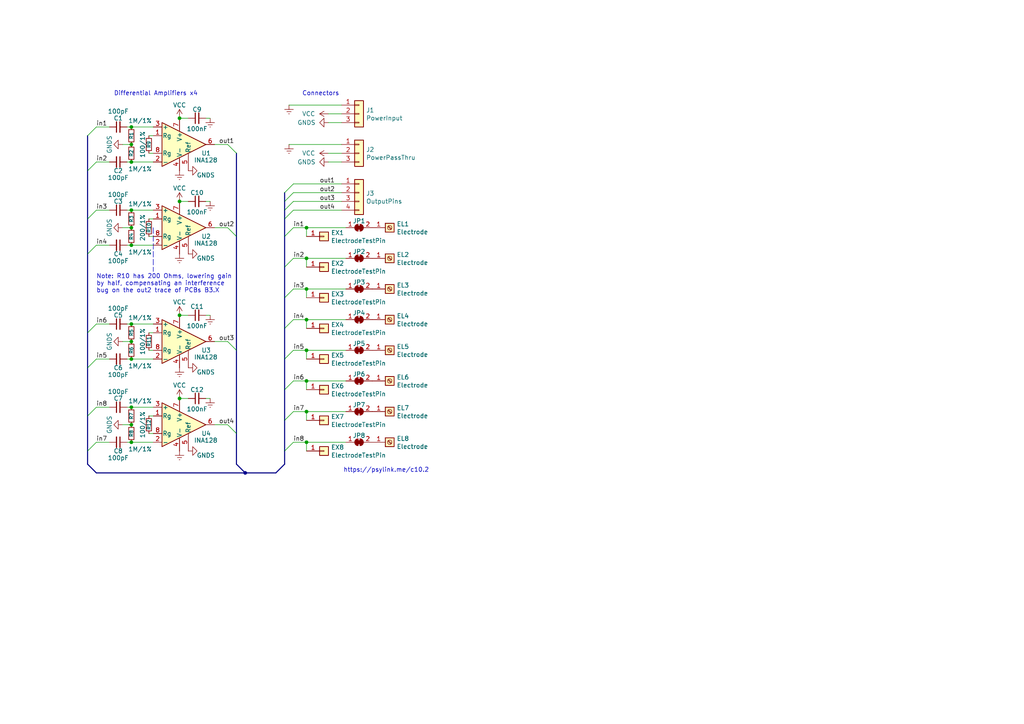
<source format=kicad_sch>
(kicad_sch (version 20211123) (generator eeschema)
  (paper "A4")
  (lib_symbols
    (symbol "Amplifier_Instrumentation:INA128" (pin_names (offset 0.127))
      (property "Reference" "U" (at 3.81 3.175 0))
      (property "Value" "INA128" (at 3.81 -3.175 0))
      (symbol "INA128_0_1"
        (polyline (pts (xy 7.62 0) (xy -5.08 6.35) (xy -5.08 -6.35) (xy 7.62 0)) (stroke (width 0.254)) (fill (type background)))
      )
      (symbol "INA128_1_1"
        (pin passive line (at -7.62 2.54 0) (length 2.54) (name "Rg") (number "1"))
        (pin input line (at -7.62 -5.08 0) (length 2.54) (name "-") (number "2"))
        (pin input line (at -7.62 5.08 0) (length 2.54) (name "+") (number "3"))
        (pin power_in line (at 0 -7.62 90) (length 3.81) (name "V-") (number "4"))
        (pin input line (at 2.54 -7.62 90) (length 5.08) (name "Ref") (number "5"))
        (pin output line (at 10.16 0 180) (length 2.54) (name "~") (number "6"))
        (pin power_in line (at 0 7.62 270) (length 3.81) (name "V+") (number "7"))
        (pin passive line (at -7.62 -2.54 0) (length 2.54) (name "Rg") (number "8"))
      )
    )
    (symbol "Connector:Screw_Terminal_01x01" (pin_names (offset 1.016) hide)
      (property "Reference" "J" (at 0 2.54 0))
      (property "Value" "Screw_Terminal_01x01" (at 0 -2.54 0))
      (symbol "Screw_Terminal_01x01_1_1"
        (rectangle (start -1.27 1.27) (end 1.27 -1.27) (stroke (width 0.254)) (fill (type background)))
        (polyline (pts (xy -0.5334 0.3302) (xy 0.3302 -0.508)) (stroke (width 0.1524)))
        (polyline (pts (xy -0.3556 0.508) (xy 0.508 -0.3302)) (stroke (width 0.1524)))
        (circle (center 0 0) (radius 0.635) (stroke (width 0.1524)))
        (pin passive line (at -5.08 0 0) (length 3.81) (name "Pin_1") (number "1"))
      )
    )
    (symbol "Connector_Generic:Conn_01x01" (pin_names (offset 1.016) hide)
      (property "Reference" "J" (at 0 2.54 0))
      (property "Value" "Conn_01x01" (at 0 -2.54 0))
      (symbol "Conn_01x01_1_1"
        (rectangle (start -1.27 0.127) (end 0 -0.127) (stroke (width 0.1524)))
        (rectangle (start -1.27 1.27) (end 1.27 -1.27) (stroke (width 0.254)) (fill (type background)))
        (pin passive line (at -5.08 0 0) (length 3.81) (name "Pin_1") (number "1"))
      )
    )
    (symbol "Connector_Generic:Conn_01x03" (pin_names (offset 1.016) hide)
      (property "Reference" "J" (at 0 5.08 0))
      (property "Value" "Conn_01x03" (at 0 -5.08 0))
      (symbol "Conn_01x03_1_1"
        (rectangle (start -1.27 -2.413) (end 0 -2.667) (stroke (width 0.1524)))
        (rectangle (start -1.27 0.127) (end 0 -0.127) (stroke (width 0.1524)))
        (rectangle (start -1.27 2.667) (end 0 2.413) (stroke (width 0.1524)))
        (rectangle (start -1.27 3.81) (end 1.27 -3.81) (stroke (width 0.254)) (fill (type background)))
        (pin passive line (at -5.08 2.54 0) (length 3.81) (name "Pin_1") (number "1"))
        (pin passive line (at -5.08 0 0) (length 3.81) (name "Pin_2") (number "2"))
        (pin passive line (at -5.08 -2.54 0) (length 3.81) (name "Pin_3") (number "3"))
      )
    )
    (symbol "Connector_Generic:Conn_01x04" (pin_names (offset 1.016) hide)
      (property "Reference" "J" (at 0 5.08 0))
      (property "Value" "Conn_01x04" (at 0 -7.62 0))
      (symbol "Conn_01x04_1_1"
        (rectangle (start -1.27 -4.953) (end 0 -5.207) (stroke (width 0.1524)))
        (rectangle (start -1.27 -2.413) (end 0 -2.667) (stroke (width 0.1524)))
        (rectangle (start -1.27 0.127) (end 0 -0.127) (stroke (width 0.1524)))
        (rectangle (start -1.27 2.667) (end 0 2.413) (stroke (width 0.1524)))
        (rectangle (start -1.27 3.81) (end 1.27 -6.35) (stroke (width 0.254)) (fill (type background)))
        (pin passive line (at -5.08 2.54 0) (length 3.81) (name "Pin_1") (number "1"))
        (pin passive line (at -5.08 0 0) (length 3.81) (name "Pin_2") (number "2"))
        (pin passive line (at -5.08 -2.54 0) (length 3.81) (name "Pin_3") (number "3"))
        (pin passive line (at -5.08 -5.08 0) (length 3.81) (name "Pin_4") (number "4"))
      )
    )
    (symbol "Device:C_Small" (pin_numbers hide) (pin_names (offset 0.254) hide)
      (property "Reference" "C" (at 0.254 1.778 0))
      (property "Value" "C_Small" (at 0.254 -2.032 0))
      (symbol "C_Small_0_1"
        (polyline (pts (xy -1.524 -0.508) (xy 1.524 -0.508)) (stroke (width 0.3302)))
        (polyline (pts (xy -1.524 0.508) (xy 1.524 0.508)) (stroke (width 0.3048)))
      )
      (symbol "C_Small_1_1"
        (pin passive line (at 0 2.54 270) (length 2.032) (name "~") (number "1"))
        (pin passive line (at 0 -2.54 90) (length 2.032) (name "~") (number "2"))
      )
    )
    (symbol "Device:R_Small" (pin_numbers hide) (pin_names (offset 0.254) hide)
      (property "Reference" "R" (at 0.762 0.508 0))
      (property "Value" "R_Small" (at 0.762 -1.016 0))
      (symbol "R_Small_0_1"
        (rectangle (start -0.762 1.778) (end 0.762 -1.778) (stroke (width 0.2032)))
      )
      (symbol "R_Small_1_1"
        (pin passive line (at 0 2.54 270) (length 0.762) (name "~") (number "1"))
        (pin passive line (at 0 -2.54 90) (length 0.762) (name "~") (number "2"))
      )
    )
    (symbol "Jumper:SolderJumper_2_Bridged" (pin_names (offset 0) hide)
      (property "Reference" "JP" (at 0 2.032 0))
      (property "Value" "SolderJumper_2_Bridged" (at 0 -2.54 0))
      (symbol "SolderJumper_2_Bridged_0_1"
        (rectangle (start -0.508 0.508) (end 0.508 -0.508) (fill (type outline)))
        (arc (start -0.254 1.016) (mid -1.27 0) (end -0.254 -1.016))
        (arc (start -0.254 1.016) (mid -1.27 0) (end -0.254 -1.016) (fill (type outline)))
        (polyline (pts (xy -0.254 1.016) (xy -0.254 -1.016)))
        (polyline (pts (xy 0.254 1.016) (xy 0.254 -1.016)))
        (arc (start 0.254 -1.016) (mid 1.27 0) (end 0.254 1.016))
        (arc (start 0.254 -1.016) (mid 1.27 0) (end 0.254 1.016) (fill (type outline)))
      )
      (symbol "SolderJumper_2_Bridged_1_1"
        (pin passive line (at -3.81 0 0) (length 2.54) (name "A") (number "1"))
        (pin passive line (at 3.81 0 180) (length 2.54) (name "B") (number "2"))
      )
    )
    (symbol "power:Earth" (power) (pin_names (offset 0))
      (symbol "Earth_0_1"
        (polyline (pts (xy -0.635 -1.905) (xy 0.635 -1.905)))
        (polyline (pts (xy -0.127 -2.54) (xy 0.127 -2.54)))
        (polyline (pts (xy 0 -1.27) (xy 0 0)))
        (polyline (pts (xy 1.27 -1.27) (xy -1.27 -1.27)))
      )
      (symbol "Earth_1_1"
        (pin power_in line (at 0 0 270) (length 0) hide (name "Earth") (number "1"))
      )
    )
    (symbol "power:GNDS" (power) (pin_names (offset 0))
      (property "Value" "GNDS" (at 0 -3.81 0))
      (symbol "GNDS_0_1"
        (polyline (pts (xy 0 0) (xy 0 -1.27) (xy 1.27 -1.27) (xy 0 -2.54) (xy -1.27 -1.27) (xy 0 -1.27)))
      )
      (symbol "GNDS_1_1"
        (pin power_in line (at 0 0 270) (length 0) hide (name "GNDS") (number "1"))
      )
    )
    (symbol "power:VCC" (power) (pin_names (offset 0))
      (property "Value" "VCC" (at 0 3.81 0))
      (symbol "VCC_0_1"
        (polyline (pts (xy -0.762 1.27) (xy 0 2.54)))
        (polyline (pts (xy 0 0) (xy 0 2.54)))
        (polyline (pts (xy 0 2.54) (xy 0.762 1.27)))
      )
      (symbol "VCC_1_1"
        (pin power_in line (at 0 0 90) (length 0) hide (name "VCC") (number "1"))
      )
    )
  )
  (junction (at 71.12 137.16))
  (junction (at 88.9 92.71))
  (junction (at 38.1 46.99))
  (junction (at 38.1 71.12))
  (junction (at 38.1 118.11))
  (junction (at 38.1 66.04))
  (junction (at 38.1 128.27))
  (junction (at 52.07 34.29))
  (junction (at 38.1 123.19))
  (junction (at 88.9 110.49))
  (junction (at 88.9 83.82))
  (junction (at 38.1 93.98))
  (junction (at 38.1 36.83))
  (junction (at 52.07 91.44))
  (junction (at 38.1 104.14))
  (junction (at 88.9 101.6))
  (junction (at 38.1 60.96))
  (junction (at 88.9 66.04))
  (junction (at 52.07 115.57))
  (junction (at 38.1 99.06))
  (junction (at 88.9 119.38))
  (junction (at 88.9 128.27))
  (junction (at 88.9 74.93))
  (junction (at 38.1 41.91))
  (junction (at 52.07 58.42))
  (bus_entry (at 82.55 95.25) (size 2.54 -2.54))
  (bus_entry (at 25.4 63.5) (size 2.54 -2.54))
  (bus_entry (at 25.4 130.81) (size 2.54 -2.54))
  (bus_entry (at 82.55 60.96) (size 2.54 -2.54))
  (bus_entry (at 25.4 39.37) (size 2.54 -2.54))
  (bus_entry (at 82.55 86.36) (size 2.54 -2.54))
  (bus_entry (at 66.04 123.19) (size 2.54 2.54))
  (bus_entry (at 66.04 99.06) (size 2.54 2.54))
  (bus_entry (at 25.4 96.52) (size 2.54 -2.54))
  (bus_entry (at 82.55 104.14) (size 2.54 -2.54))
  (bus_entry (at 66.04 66.04) (size 2.54 2.54))
  (bus_entry (at 82.55 55.88) (size 2.54 -2.54))
  (bus_entry (at 82.55 113.03) (size 2.54 -2.54))
  (bus_entry (at 82.55 77.47) (size 2.54 -2.54))
  (bus_entry (at 25.4 106.68) (size 2.54 -2.54))
  (bus_entry (at 25.4 49.53) (size 2.54 -2.54))
  (bus_entry (at 25.4 73.66) (size 2.54 -2.54))
  (bus_entry (at 25.4 120.65) (size 2.54 -2.54))
  (bus_entry (at 82.55 130.81) (size 2.54 -2.54))
  (bus_entry (at 82.55 63.5) (size 2.54 -2.54))
  (bus_entry (at 82.55 58.42) (size 2.54 -2.54))
  (bus_entry (at 82.55 68.58) (size 2.54 -2.54))
  (bus_entry (at 82.55 121.92) (size 2.54 -2.54))
  (bus_entry (at 66.04 41.91) (size 2.54 2.54))
  (bus (pts (xy 82.55 86.36) (xy 82.55 95.25)))
  (wire (pts (xy 31.75 46.99) (xy 27.94 46.99)))
  (wire (pts (xy 88.9 92.71) (xy 100.33 92.71)))
  (bus (pts (xy 25.4 73.66) (xy 25.4 96.52)))
  (bus (pts (xy 68.58 68.58) (xy 68.58 101.6)))
  (wire (pts (xy 54.61 34.29) (xy 52.07 34.29)))
  (wire (pts (xy 31.75 36.83) (xy 27.94 36.83)))
  (bus (pts (xy 68.58 44.45) (xy 68.58 68.58)))
  (wire (pts (xy 95.25 35.56) (xy 99.06 35.56)))
  (bus (pts (xy 82.55 55.88) (xy 82.55 58.42)))
  (bus (pts (xy 25.4 134.62) (xy 27.94 137.16)))
  (wire (pts (xy 88.9 68.58) (xy 88.9 66.04)))
  (wire (pts (xy 43.18 120.65) (xy 44.45 120.65)))
  (bus (pts (xy 82.55 63.5) (xy 82.55 68.58)))
  (wire (pts (xy 88.9 113.03) (xy 88.9 110.49)))
  (wire (pts (xy 36.83 60.96) (xy 38.1 60.96)))
  (bus (pts (xy 25.4 63.5) (xy 25.4 73.66)))
  (wire (pts (xy 85.09 92.71) (xy 88.9 92.71)))
  (bus (pts (xy 82.55 95.25) (xy 82.55 104.14)))
  (bus (pts (xy 82.55 68.58) (xy 82.55 77.47)))
  (wire (pts (xy 66.04 66.04) (xy 62.23 66.04)))
  (wire (pts (xy 38.1 93.98) (xy 44.45 93.98)))
  (wire (pts (xy 83.82 30.48) (xy 99.06 30.48)))
  (wire (pts (xy 85.09 58.42) (xy 99.06 58.42)))
  (wire (pts (xy 95.25 46.99) (xy 99.06 46.99)))
  (wire (pts (xy 59.69 115.57) (xy 60.96 115.57)))
  (bus (pts (xy 27.94 137.16) (xy 71.12 137.16)))
  (bus (pts (xy 82.55 77.47) (xy 82.55 86.36)))
  (wire (pts (xy 59.69 34.29) (xy 60.96 34.29)))
  (wire (pts (xy 35.56 123.19) (xy 38.1 123.19)))
  (wire (pts (xy 88.9 128.27) (xy 100.33 128.27)))
  (wire (pts (xy 85.09 53.34) (xy 99.06 53.34)))
  (wire (pts (xy 88.9 119.38) (xy 100.33 119.38)))
  (wire (pts (xy 43.18 125.73) (xy 44.45 125.73)))
  (bus (pts (xy 82.55 58.42) (xy 82.55 60.96)))
  (bus (pts (xy 25.4 39.37) (xy 25.4 49.53)))
  (wire (pts (xy 88.9 104.14) (xy 88.9 101.6)))
  (wire (pts (xy 88.9 95.25) (xy 88.9 92.71)))
  (wire (pts (xy 31.75 60.96) (xy 27.94 60.96)))
  (wire (pts (xy 83.82 41.91) (xy 99.06 41.91)))
  (wire (pts (xy 88.9 121.92) (xy 88.9 119.38)))
  (wire (pts (xy 88.9 110.49) (xy 100.33 110.49)))
  (wire (pts (xy 85.09 128.27) (xy 88.9 128.27)))
  (bus (pts (xy 68.58 134.62) (xy 71.12 137.16)))
  (wire (pts (xy 85.09 66.04) (xy 88.9 66.04)))
  (wire (pts (xy 36.83 93.98) (xy 38.1 93.98)))
  (wire (pts (xy 66.04 123.19) (xy 62.23 123.19)))
  (wire (pts (xy 38.1 71.12) (xy 44.45 71.12)))
  (wire (pts (xy 88.9 101.6) (xy 100.33 101.6)))
  (wire (pts (xy 95.25 44.45) (xy 99.06 44.45)))
  (bus (pts (xy 25.4 49.53) (xy 25.4 63.5)))
  (wire (pts (xy 43.18 63.5) (xy 44.45 63.5)))
  (wire (pts (xy 59.69 91.44) (xy 60.96 91.44)))
  (wire (pts (xy 38.1 36.83) (xy 44.45 36.83)))
  (wire (pts (xy 38.1 104.14) (xy 44.45 104.14)))
  (wire (pts (xy 31.75 71.12) (xy 27.94 71.12)))
  (wire (pts (xy 43.18 68.58) (xy 44.45 68.58)))
  (wire (pts (xy 43.18 101.6) (xy 44.45 101.6)))
  (wire (pts (xy 38.1 128.27) (xy 44.45 128.27)))
  (wire (pts (xy 85.09 60.96) (xy 99.06 60.96)))
  (bus (pts (xy 68.58 125.73) (xy 68.58 134.62)))
  (wire (pts (xy 38.1 118.11) (xy 44.45 118.11)))
  (wire (pts (xy 31.75 93.98) (xy 27.94 93.98)))
  (wire (pts (xy 43.18 96.52) (xy 44.45 96.52)))
  (wire (pts (xy 85.09 119.38) (xy 88.9 119.38)))
  (wire (pts (xy 35.56 99.06) (xy 38.1 99.06)))
  (wire (pts (xy 36.83 118.11) (xy 38.1 118.11)))
  (bus (pts (xy 82.55 104.14) (xy 82.55 113.03)))
  (wire (pts (xy 43.18 39.37) (xy 44.45 39.37)))
  (wire (pts (xy 54.61 58.42) (xy 52.07 58.42)))
  (wire (pts (xy 66.04 41.91) (xy 62.23 41.91)))
  (wire (pts (xy 66.04 99.06) (xy 62.23 99.06)))
  (wire (pts (xy 85.09 74.93) (xy 88.9 74.93)))
  (bus (pts (xy 82.55 60.96) (xy 82.55 63.5)))
  (wire (pts (xy 35.56 66.04) (xy 38.1 66.04)))
  (wire (pts (xy 38.1 60.96) (xy 44.45 60.96)))
  (wire (pts (xy 88.9 130.81) (xy 88.9 128.27)))
  (wire (pts (xy 35.56 41.91) (xy 38.1 41.91)))
  (bus (pts (xy 82.55 113.03) (xy 82.55 121.92)))
  (wire (pts (xy 31.75 128.27) (xy 27.94 128.27)))
  (wire (pts (xy 36.83 46.99) (xy 38.1 46.99)))
  (polyline (pts (xy 44.45 66.04) (xy 44.45 78.74)))
  (wire (pts (xy 88.9 77.47) (xy 88.9 74.93)))
  (wire (pts (xy 36.83 128.27) (xy 38.1 128.27)))
  (wire (pts (xy 36.83 36.83) (xy 38.1 36.83)))
  (wire (pts (xy 43.18 44.45) (xy 44.45 44.45)))
  (wire (pts (xy 85.09 101.6) (xy 88.9 101.6)))
  (bus (pts (xy 68.58 101.6) (xy 68.58 125.73)))
  (bus (pts (xy 82.55 130.81) (xy 82.55 134.62)))
  (bus (pts (xy 25.4 96.52) (xy 25.4 106.68)))
  (bus (pts (xy 25.4 106.68) (xy 25.4 120.65)))
  (wire (pts (xy 31.75 118.11) (xy 27.94 118.11)))
  (bus (pts (xy 25.4 130.81) (xy 25.4 134.62)))
  (bus (pts (xy 25.4 120.65) (xy 25.4 130.81)))
  (wire (pts (xy 54.61 91.44) (xy 52.07 91.44)))
  (bus (pts (xy 82.55 121.92) (xy 82.55 130.81)))
  (wire (pts (xy 36.83 104.14) (xy 38.1 104.14)))
  (wire (pts (xy 88.9 66.04) (xy 100.33 66.04)))
  (bus (pts (xy 71.12 137.16) (xy 80.01 137.16)))
  (bus (pts (xy 80.01 137.16) (xy 82.55 134.62)))
  (wire (pts (xy 95.25 33.02) (xy 99.06 33.02)))
  (wire (pts (xy 88.9 86.36) (xy 88.9 83.82)))
  (wire (pts (xy 85.09 110.49) (xy 88.9 110.49)))
  (wire (pts (xy 85.09 83.82) (xy 88.9 83.82)))
  (wire (pts (xy 38.1 46.99) (xy 44.45 46.99)))
  (wire (pts (xy 59.69 58.42) (xy 60.96 58.42)))
  (wire (pts (xy 36.83 71.12) (xy 38.1 71.12)))
  (wire (pts (xy 88.9 74.93) (xy 100.33 74.93)))
  (wire (pts (xy 85.09 55.88) (xy 99.06 55.88)))
  (wire (pts (xy 54.61 115.57) (xy 52.07 115.57)))
  (wire (pts (xy 88.9 83.82) (xy 100.33 83.82)))
  (wire (pts (xy 31.75 104.14) (xy 27.94 104.14)))
  (text "Note: R10 has 200 Ohms, lowering gain\nby half, compensating an interference\nbug on the out2 trace of PCBs B3.X" (at 27.94 85.09 0) (effects (font (size 1.27 1.27)) (justify left bottom)))
  (text "https://psylink.me/c10.2" (at 124.46 137.16 180) (effects (font (size 1.27 1.27)) (justify right bottom)))
  (text "Differential Amplifiers x4" (at 33.02 27.94 0) (effects (font (size 1.27 1.27)) (justify left bottom)))
  (text "Connectors" (at 87.63 27.94 0) (effects (font (size 1.27 1.27)) (justify left bottom)))
  (label "in3" (at 27.94 60.96 0))
  (label "in2" (at 85.09 74.93 0))
  (label "out3" (at 92.71 58.42 0))
  (label "in2" (at 27.94 46.99 0))
  (label "out2" (at 63.5 66.04 0))
  (label "in7" (at 85.09 119.38 0))
  (label "in6" (at 27.94 93.98 0))
  (label "in5" (at 85.09 101.6 0))
  (label "in7" (at 27.94 128.27 0))
  (label "in4" (at 27.94 71.12 0))
  (label "out3" (at 63.5 99.06 0))
  (label "out1" (at 92.71 53.34 0))
  (label "in1" (at 27.94 36.83 0))
  (label "out4" (at 92.71 60.96 0))
  (label "in4" (at 85.09 92.71 0))
  (label "out2" (at 92.71 55.88 0))
  (label "in1" (at 85.09 66.04 0))
  (label "in3" (at 85.09 83.82 0))
  (label "in8" (at 27.94 118.11 0))
  (label "in6" (at 85.09 110.49 0))
  (label "out1" (at 63.5 41.91 0))
  (label "in8" (at 85.09 128.27 0))
  (label "out4" (at 63.5 123.19 0))
  (label "in5" (at 27.94 104.14 0))
  (symbol (lib_id "Amplifier_Instrumentation:INA128") (at 52.07 41.91 0) (unit 1)
    (property "Reference" "U1" (at 58.42 44.45 0) (effects (justify left)))
    (property "Value" "INA128" (at 59.69 45.72 0) (effects (justify top)))
    (property "Footprint" "Package_SO:SOIC-8_3.9x4.9mm_P1.27mm" (effects hide))
    (property "Datasheet" "http://www.ti.com/lit/ds/symlink/ina128.pdf" (effects hide))
  )
  (symbol (lib_id "Device:R_Small") (at 43.18 41.91 0) (unit 1)
    (property "Reference" "R9" (at 43.18 41.91 90) (effects (font (size 0.9906 0.9906))))
    (property "Value" "100/1%" (at 40.64 41.91 90) (effects (justify top)))
    (property "Footprint" "Resistor_SMD:R_0805_2012Metric_Pad1.15x1.40mm_HandSolder" (effects hide))
  )
  (symbol (lib_id "Device:C_Small") (at 57.15 34.29 90) (unit 1)
    (property "Reference" "C9" (at 57.15 31.75 90))
    (property "Value" "100nF" (at 57.15 38.1 90) (effects (justify top)))
    (property "Footprint" "Capacitor_SMD:C_0805_2012Metric_Pad1.15x1.40mm_HandSolder" (effects hide))
  )
  (symbol (lib_id "power:Earth") (at 60.96 34.29 0) (unit 1)
    (property "Reference" "#PWR017" (effects hide))
    (property "Value" "Earth" (effects hide))
  )
  (symbol (lib_id "power:Earth") (at 52.07 49.53 0) (mirror y) (unit 1)
    (property "Reference" "#PWR06" (effects hide))
    (property "Value" "Earth" (effects hide))
  )
  (symbol (lib_id "power:GNDS") (at 54.61 49.53 90) (unit 1)
    (property "Reference" "#PWR013" (effects hide))
    (property "Value" "GNDS" (at 59.69 50.8 90))
  )
  (symbol (lib_id "power:GNDS") (at 35.56 41.91 270) (unit 1)
    (property "Reference" "#PWR01" (effects hide))
    (property "Value" "GNDS" (at 31.75 41.91 0))
  )
  (symbol (lib_id "Device:C_Small") (at 34.29 36.83 90) (unit 1)
    (property "Reference" "C1" (at 34.29 34.29 90))
    (property "Value" "100pF" (at 34.29 33.02 90) (effects (justify top)))
    (property "Footprint" "Capacitor_SMD:C_0805_2012Metric_Pad1.15x1.40mm_HandSolder" (effects hide))
  )
  (symbol (lib_id "Device:R_Small") (at 38.1 39.37 0) (unit 1)
    (property "Reference" "R1" (at 38.1 39.37 90) (effects (font (size 0.9906 0.9906))))
    (property "Value" "1M/1%" (at 40.64 34.29 0) (effects (justify top)))
    (property "Footprint" "Resistor_SMD:R_0805_2012Metric_Pad1.15x1.40mm_HandSolder" (effects hide))
  )
  (symbol (lib_id "Device:C_Small") (at 34.29 46.99 270) (unit 1)
    (property "Reference" "C2" (at 34.29 49.53 90))
    (property "Value" "100pF" (at 34.29 50.8 90) (effects (justify top)))
    (property "Footprint" "Capacitor_SMD:C_0805_2012Metric_Pad1.15x1.40mm_HandSolder" (effects hide))
  )
  (symbol (lib_id "Device:R_Small") (at 38.1 44.45 0) (unit 1)
    (property "Reference" "R2" (at 38.1 44.45 90) (effects (font (size 0.9906 0.9906))))
    (property "Value" "1M/1%" (at 40.64 48.26 0) (effects (justify top)))
    (property "Footprint" "Resistor_SMD:R_0805_2012Metric_Pad1.15x1.40mm_HandSolder" (effects hide))
  )
  (symbol (lib_id "power:VCC") (at 52.07 34.29 0) (unit 1)
    (property "Reference" "#PWR05" (effects hide))
    (property "Value" "VCC" (at 52.07 30.48 0))
  )
  (symbol (lib_id "Device:R_Small") (at 38.1 68.58 0) (unit 1)
    (property "Reference" "R4" (at 38.1 68.58 90) (effects (font (size 0.9906 0.9906))))
    (property "Value" "1M/1%" (at 40.64 72.39 0) (effects (justify top)))
    (property "Footprint" "Resistor_SMD:R_0805_2012Metric_Pad1.15x1.40mm_HandSolder" (effects hide))
  )
  (symbol (lib_id "power:GNDS") (at 54.61 73.66 90) (unit 1)
    (property "Reference" "#PWR014" (effects hide))
    (property "Value" "GNDS" (at 59.69 74.93 90))
  )
  (symbol (lib_id "Device:C_Small") (at 57.15 58.42 90) (unit 1)
    (property "Reference" "C10" (at 57.15 55.88 90))
    (property "Value" "100nF" (at 57.15 62.23 90) (effects (justify top)))
    (property "Footprint" "Capacitor_SMD:C_0805_2012Metric_Pad1.15x1.40mm_HandSolder" (effects hide))
  )
  (symbol (lib_id "power:Earth") (at 60.96 58.42 0) (unit 1)
    (property "Reference" "#PWR018" (effects hide))
    (property "Value" "Earth" (effects hide))
  )
  (symbol (lib_id "Amplifier_Instrumentation:INA128") (at 52.07 66.04 0) (unit 1)
    (property "Reference" "U2" (at 58.42 68.58 0) (effects (justify left)))
    (property "Value" "INA128" (at 59.69 69.85 0) (effects (justify top)))
    (property "Footprint" "Package_SO:SOIC-8_3.9x4.9mm_P1.27mm" (effects hide))
    (property "Datasheet" "http://www.ti.com/lit/ds/symlink/ina128.pdf" (effects hide))
  )
  (symbol (lib_id "power:Earth") (at 52.07 73.66 0) (mirror y) (unit 1)
    (property "Reference" "#PWR08" (effects hide))
    (property "Value" "Earth" (effects hide))
  )
  (symbol (lib_id "power:VCC") (at 52.07 58.42 0) (unit 1)
    (property "Reference" "#PWR07" (effects hide))
    (property "Value" "VCC" (at 52.07 54.61 0))
  )
  (symbol (lib_id "Device:R_Small") (at 43.18 66.04 0) (unit 1)
    (property "Reference" "R10" (at 43.18 66.04 90) (effects (font (size 0.9906 0.9906))))
    (property "Value" "200/1%" (at 40.64 66.04 90) (effects (justify top)))
    (property "Footprint" "Resistor_SMD:R_0805_2012Metric_Pad1.15x1.40mm_HandSolder" (effects hide))
  )
  (symbol (lib_id "power:GNDS") (at 35.56 66.04 270) (unit 1)
    (property "Reference" "#PWR02" (effects hide))
    (property "Value" "GNDS" (at 31.75 66.04 0))
  )
  (symbol (lib_id "Device:C_Small") (at 34.29 60.96 90) (unit 1)
    (property "Reference" "C3" (at 34.29 58.42 90))
    (property "Value" "100pF" (at 34.29 57.15 90) (effects (justify top)))
    (property "Footprint" "Capacitor_SMD:C_0805_2012Metric_Pad1.15x1.40mm_HandSolder" (effects hide))
  )
  (symbol (lib_id "Device:R_Small") (at 38.1 63.5 0) (unit 1)
    (property "Reference" "R3" (at 38.1 63.5 90) (effects (font (size 0.9906 0.9906))))
    (property "Value" "1M/1%" (at 40.64 58.42 0) (effects (justify top)))
    (property "Footprint" "Resistor_SMD:R_0805_2012Metric_Pad1.15x1.40mm_HandSolder" (effects hide))
  )
  (symbol (lib_id "Device:C_Small") (at 34.29 71.12 270) (unit 1)
    (property "Reference" "C4" (at 34.29 73.66 90))
    (property "Value" "100pF" (at 34.29 74.93 90) (effects (justify top)))
    (property "Footprint" "Capacitor_SMD:C_0805_2012Metric_Pad1.15x1.40mm_HandSolder" (effects hide))
  )
  (symbol (lib_id "Device:R_Small") (at 38.1 101.6 0) (unit 1)
    (property "Reference" "R6" (at 38.1 101.6 90) (effects (font (size 0.9906 0.9906))))
    (property "Value" "1M/1%" (at 40.64 105.41 0) (effects (justify top)))
    (property "Footprint" "Resistor_SMD:R_0805_2012Metric_Pad1.15x1.40mm_HandSolder" (effects hide))
  )
  (symbol (lib_id "power:GNDS") (at 54.61 106.68 90) (unit 1)
    (property "Reference" "#PWR015" (effects hide))
    (property "Value" "GNDS" (at 59.69 107.95 90))
  )
  (symbol (lib_id "Device:C_Small") (at 57.15 91.44 90) (unit 1)
    (property "Reference" "C11" (at 57.15 88.9 90))
    (property "Value" "100nF" (at 57.15 95.25 90) (effects (justify top)))
    (property "Footprint" "Capacitor_SMD:C_0805_2012Metric_Pad1.15x1.40mm_HandSolder" (effects hide))
  )
  (symbol (lib_id "power:Earth") (at 60.96 91.44 0) (unit 1)
    (property "Reference" "#PWR019" (effects hide))
    (property "Value" "Earth" (effects hide))
  )
  (symbol (lib_id "Amplifier_Instrumentation:INA128") (at 52.07 99.06 0) (unit 1)
    (property "Reference" "U3" (at 58.42 101.6 0) (effects (justify left)))
    (property "Value" "INA128" (at 59.69 102.87 0) (effects (justify top)))
    (property "Footprint" "Package_SO:SOIC-8_3.9x4.9mm_P1.27mm" (effects hide))
    (property "Datasheet" "http://www.ti.com/lit/ds/symlink/ina128.pdf" (effects hide))
  )
  (symbol (lib_id "power:Earth") (at 52.07 106.68 0) (mirror y) (unit 1)
    (property "Reference" "#PWR010" (effects hide))
    (property "Value" "Earth" (effects hide))
  )
  (symbol (lib_id "power:VCC") (at 52.07 91.44 0) (unit 1)
    (property "Reference" "#PWR09" (effects hide))
    (property "Value" "VCC" (at 52.07 87.63 0))
  )
  (symbol (lib_id "Device:R_Small") (at 43.18 99.06 0) (unit 1)
    (property "Reference" "R11" (at 43.18 99.06 90) (effects (font (size 0.9906 0.9906))))
    (property "Value" "100/1%" (at 40.64 99.06 90) (effects (justify top)))
    (property "Footprint" "Resistor_SMD:R_0805_2012Metric_Pad1.15x1.40mm_HandSolder" (effects hide))
  )
  (symbol (lib_id "power:GNDS") (at 35.56 99.06 270) (unit 1)
    (property "Reference" "#PWR03" (effects hide))
    (property "Value" "GNDS" (at 31.75 99.06 0))
  )
  (symbol (lib_id "Device:C_Small") (at 34.29 93.98 90) (unit 1)
    (property "Reference" "C5" (at 34.29 91.44 90))
    (property "Value" "100pF" (at 34.29 90.17 90) (effects (justify top)))
    (property "Footprint" "Capacitor_SMD:C_0805_2012Metric_Pad1.15x1.40mm_HandSolder" (effects hide))
  )
  (symbol (lib_id "Device:R_Small") (at 38.1 96.52 0) (unit 1)
    (property "Reference" "R5" (at 38.1 96.52 90) (effects (font (size 0.9906 0.9906))))
    (property "Value" "1M/1%" (at 40.64 91.44 0) (effects (justify top)))
    (property "Footprint" "Resistor_SMD:R_0805_2012Metric_Pad1.15x1.40mm_HandSolder" (effects hide))
  )
  (symbol (lib_id "Device:C_Small") (at 34.29 104.14 270) (unit 1)
    (property "Reference" "C6" (at 34.29 106.68 90))
    (property "Value" "100pF" (at 34.29 107.95 90) (effects (justify top)))
    (property "Footprint" "Capacitor_SMD:C_0805_2012Metric_Pad1.15x1.40mm_HandSolder" (effects hide))
  )
  (symbol (lib_id "Device:R_Small") (at 38.1 125.73 0) (unit 1)
    (property "Reference" "R8" (at 38.1 125.73 90) (effects (font (size 0.9906 0.9906))))
    (property "Value" "1M/1%" (at 40.64 129.54 0) (effects (justify top)))
    (property "Footprint" "Resistor_SMD:R_0805_2012Metric_Pad1.15x1.40mm_HandSolder" (effects hide))
  )
  (symbol (lib_id "power:GNDS") (at 54.61 130.81 90) (unit 1)
    (property "Reference" "#PWR016" (effects hide))
    (property "Value" "GNDS" (at 59.69 132.08 90))
  )
  (symbol (lib_id "Device:C_Small") (at 57.15 115.57 90) (unit 1)
    (property "Reference" "C12" (at 57.15 113.03 90))
    (property "Value" "100nF" (at 57.15 119.38 90) (effects (justify top)))
    (property "Footprint" "Capacitor_SMD:C_0805_2012Metric_Pad1.15x1.40mm_HandSolder" (effects hide))
  )
  (symbol (lib_id "power:Earth") (at 60.96 115.57 0) (unit 1)
    (property "Reference" "#PWR020" (effects hide))
    (property "Value" "Earth" (effects hide))
  )
  (symbol (lib_id "Amplifier_Instrumentation:INA128") (at 52.07 123.19 0) (unit 1)
    (property "Reference" "U4" (at 58.42 125.73 0) (effects (justify left)))
    (property "Value" "INA128" (at 59.69 127 0) (effects (justify top)))
    (property "Footprint" "Package_SO:SOIC-8_3.9x4.9mm_P1.27mm" (effects hide))
    (property "Datasheet" "http://www.ti.com/lit/ds/symlink/ina128.pdf" (effects hide))
  )
  (symbol (lib_id "power:Earth") (at 52.07 130.81 0) (mirror y) (unit 1)
    (property "Reference" "#PWR012" (effects hide))
    (property "Value" "Earth" (effects hide))
  )
  (symbol (lib_id "power:VCC") (at 52.07 115.57 0) (unit 1)
    (property "Reference" "#PWR011" (effects hide))
    (property "Value" "VCC" (at 52.07 111.76 0))
  )
  (symbol (lib_id "Device:R_Small") (at 43.18 123.19 0) (unit 1)
    (property "Reference" "R12" (at 43.18 123.19 90) (effects (font (size 0.9906 0.9906))))
    (property "Value" "100/1%" (at 40.64 123.19 90) (effects (justify top)))
    (property "Footprint" "Resistor_SMD:R_0805_2012Metric_Pad1.15x1.40mm_HandSolder" (effects hide))
  )
  (symbol (lib_id "power:GNDS") (at 35.56 123.19 270) (unit 1)
    (property "Reference" "#PWR04" (effects hide))
    (property "Value" "GNDS" (at 31.75 123.19 0))
  )
  (symbol (lib_id "Device:C_Small") (at 34.29 118.11 90) (unit 1)
    (property "Reference" "C7" (at 34.29 115.57 90))
    (property "Value" "100pF" (at 34.29 114.3 90) (effects (justify top)))
    (property "Footprint" "Capacitor_SMD:C_0805_2012Metric_Pad1.15x1.40mm_HandSolder" (effects hide))
  )
  (symbol (lib_id "Device:R_Small") (at 38.1 120.65 0) (unit 1)
    (property "Reference" "R7" (at 38.1 120.65 90) (effects (font (size 0.9906 0.9906))))
    (property "Value" "1M/1%" (at 40.64 115.57 0) (effects (justify top)))
    (property "Footprint" "Resistor_SMD:R_0805_2012Metric_Pad1.15x1.40mm_HandSolder" (effects hide))
  )
  (symbol (lib_id "Device:C_Small") (at 34.29 128.27 270) (unit 1)
    (property "Reference" "C8" (at 34.29 130.81 90))
    (property "Value" "100pF" (at 34.29 132.08 90) (effects (justify top)))
    (property "Footprint" "Capacitor_SMD:C_0805_2012Metric_Pad1.15x1.40mm_HandSolder" (effects hide))
  )
  (symbol (lib_id "Connector_Generic:Conn_01x04") (at 104.14 55.88 0) (unit 1)
    (property "Reference" "J3" (at 106.172 56.0832 0) (effects (justify left)))
    (property "Value" "OutputPins" (at 106.172 58.3946 0) (effects (justify left)))
    (property "Footprint" "Connector_PinHeader_2.54mm:PinHeader_1x04_P2.54mm_Vertical" (effects hide))
  )
  (symbol (lib_id "power:Earth") (at 83.82 30.48 0) (unit 1)
    (property "Reference" "#PWR028" (effects hide))
    (property "Value" "Earth" (effects hide))
  )
  (symbol (lib_id "power:VCC") (at 95.25 33.02 90) (unit 1)
    (property "Reference" "#PWR027" (effects hide))
    (property "Value" "VCC" (at 91.44 33.02 90) (effects (justify left)))
  )
  (symbol (lib_id "Connector_Generic:Conn_01x01") (at 93.98 68.58 0) (unit 1)
    (property "Reference" "EX1" (at 96.012 67.5132 0) (effects (justify left)))
    (property "Value" "ElectrodeTestPin" (at 96.012 69.8246 0) (effects (justify left)))
    (property "Footprint" "Connector_PinHeader_2.54mm:PinHeader_1x01_P2.54mm_Vertical" (effects hide))
  )
  (symbol (lib_id "Connector_Generic:Conn_01x01") (at 93.98 77.47 0) (unit 1)
    (property "Reference" "EX2" (at 96.012 76.4032 0) (effects (justify left)))
    (property "Value" "ElectrodeTestPin" (at 96.012 78.7146 0) (effects (justify left)))
    (property "Footprint" "Connector_PinHeader_2.54mm:PinHeader_1x01_P2.54mm_Vertical" (effects hide))
  )
  (symbol (lib_id "Connector_Generic:Conn_01x01") (at 93.98 86.36 0) (unit 1)
    (property "Reference" "EX3" (at 96.012 85.2932 0) (effects (justify left)))
    (property "Value" "ElectrodeTestPin" (at 96.012 87.6046 0) (effects (justify left)))
    (property "Footprint" "Connector_PinHeader_2.54mm:PinHeader_1x01_P2.54mm_Vertical" (effects hide))
  )
  (symbol (lib_id "Connector_Generic:Conn_01x01") (at 93.98 95.25 0) (unit 1)
    (property "Reference" "EX4" (at 96.012 94.1832 0) (effects (justify left)))
    (property "Value" "ElectrodeTestPin" (at 96.012 96.4946 0) (effects (justify left)))
    (property "Footprint" "Connector_PinHeader_2.54mm:PinHeader_1x01_P2.54mm_Vertical" (effects hide))
  )
  (symbol (lib_id "Connector_Generic:Conn_01x01") (at 93.98 104.14 0) (unit 1)
    (property "Reference" "EX5" (at 96.012 103.0732 0) (effects (justify left)))
    (property "Value" "ElectrodeTestPin" (at 96.012 105.3846 0) (effects (justify left)))
    (property "Footprint" "Connector_PinHeader_2.54mm:PinHeader_1x01_P2.54mm_Vertical" (effects hide))
  )
  (symbol (lib_id "Connector_Generic:Conn_01x01") (at 93.98 113.03 0) (unit 1)
    (property "Reference" "EX6" (at 96.012 111.9632 0) (effects (justify left)))
    (property "Value" "ElectrodeTestPin" (at 96.012 114.2746 0) (effects (justify left)))
    (property "Footprint" "Connector_PinHeader_2.54mm:PinHeader_1x01_P2.54mm_Vertical" (effects hide))
  )
  (symbol (lib_id "Connector_Generic:Conn_01x01") (at 93.98 121.92 0) (unit 1)
    (property "Reference" "EX7" (at 96.012 120.8532 0) (effects (justify left)))
    (property "Value" "ElectrodeTestPin" (at 96.012 123.1646 0) (effects (justify left)))
    (property "Footprint" "Connector_PinHeader_2.54mm:PinHeader_1x01_P2.54mm_Vertical" (effects hide))
  )
  (symbol (lib_id "Connector_Generic:Conn_01x01") (at 93.98 130.81 0) (unit 1)
    (property "Reference" "EX8" (at 96.012 129.7432 0) (effects (justify left)))
    (property "Value" "ElectrodeTestPin" (at 96.012 132.0546 0) (effects (justify left)))
    (property "Footprint" "Connector_PinHeader_2.54mm:PinHeader_1x01_P2.54mm_Vertical" (effects hide))
  )
  (symbol (lib_id "Connector:Screw_Terminal_01x01") (at 113.03 66.04 0) (unit 1)
    (property "Reference" "EL1" (at 115.062 64.9732 0) (effects (justify left)))
    (property "Value" "Electrode" (at 115.062 67.2846 0) (effects (justify left)))
    (property "Footprint" "MountingHole:MountingHole_3.7mm_Pad" (effects hide))
  )
  (symbol (lib_id "Connector_Generic:Conn_01x03") (at 104.14 33.02 0) (unit 1)
    (property "Reference" "J1" (at 106.172 31.9532 0) (effects (justify left)))
    (property "Value" "PowerInput" (at 106.172 34.2646 0) (effects (justify left)))
    (property "Footprint" "Connector_PinHeader_2.54mm:PinHeader_1x03_P2.54mm_Vertical" (effects hide))
  )
  (symbol (lib_id "power:GNDS") (at 95.25 35.56 270) (unit 1)
    (property "Reference" "#PWR021" (effects hide))
    (property "Value" "GNDS" (at 88.9 35.56 90))
  )
  (symbol (lib_id "Connector:Screw_Terminal_01x01") (at 113.03 74.93 0) (unit 1)
    (property "Reference" "EL2" (at 115.062 73.8632 0) (effects (justify left)))
    (property "Value" "Electrode" (at 115.062 76.1746 0) (effects (justify left)))
    (property "Footprint" "MountingHole:MountingHole_3.7mm_Pad" (effects hide))
  )
  (symbol (lib_id "Connector:Screw_Terminal_01x01") (at 113.03 83.82 0) (unit 1)
    (property "Reference" "EL3" (at 115.062 82.7532 0) (effects (justify left)))
    (property "Value" "Electrode" (at 115.062 85.0646 0) (effects (justify left)))
    (property "Footprint" "MountingHole:MountingHole_3.7mm_Pad" (effects hide))
  )
  (symbol (lib_id "Connector:Screw_Terminal_01x01") (at 113.03 92.71 0) (unit 1)
    (property "Reference" "EL4" (at 115.062 91.6432 0) (effects (justify left)))
    (property "Value" "Electrode" (at 115.062 93.9546 0) (effects (justify left)))
    (property "Footprint" "MountingHole:MountingHole_3.7mm_Pad" (effects hide))
  )
  (symbol (lib_id "Connector:Screw_Terminal_01x01") (at 113.03 101.6 0) (unit 1)
    (property "Reference" "EL5" (at 115.062 100.5332 0) (effects (justify left)))
    (property "Value" "Electrode" (at 115.062 102.8446 0) (effects (justify left)))
    (property "Footprint" "MountingHole:MountingHole_3.7mm_Pad" (effects hide))
  )
  (symbol (lib_id "Connector:Screw_Terminal_01x01") (at 113.03 110.49 0) (unit 1)
    (property "Reference" "EL6" (at 115.062 109.4232 0) (effects (justify left)))
    (property "Value" "Electrode" (at 115.062 111.7346 0) (effects (justify left)))
    (property "Footprint" "MountingHole:MountingHole_3.7mm_Pad" (effects hide))
  )
  (symbol (lib_id "Connector:Screw_Terminal_01x01") (at 113.03 119.38 0) (unit 1)
    (property "Reference" "EL7" (at 115.062 118.3132 0) (effects (justify left)))
    (property "Value" "Electrode" (at 115.062 120.6246 0) (effects (justify left)))
    (property "Footprint" "MountingHole:MountingHole_3.7mm_Pad" (effects hide))
  )
  (symbol (lib_id "Connector:Screw_Terminal_01x01") (at 113.03 128.27 0) (unit 1)
    (property "Reference" "EL8" (at 115.062 127.2032 0) (effects (justify left)))
    (property "Value" "Electrode" (at 115.062 129.5146 0) (effects (justify left)))
    (property "Footprint" "MountingHole:MountingHole_3.7mm_Pad" (effects hide))
  )
  (symbol (lib_id "power:Earth") (at 83.82 41.91 0) (unit 1)
    (property "Reference" "#PWR0101" (effects hide))
    (property "Value" "Earth" (effects hide))
  )
  (symbol (lib_id "power:VCC") (at 95.25 44.45 90) (unit 1)
    (property "Reference" "#PWR0102" (effects hide))
    (property "Value" "VCC" (at 91.44 44.45 90) (effects (justify left)))
  )
  (symbol (lib_id "Connector_Generic:Conn_01x03") (at 104.14 44.45 0) (unit 1)
    (property "Reference" "J2" (at 106.172 43.3832 0) (effects (justify left)))
    (property "Value" "PowerPassThru" (at 106.172 45.6946 0) (effects (justify left)))
    (property "Footprint" "Connector_PinHeader_2.54mm:PinHeader_1x03_P2.54mm_Vertical" (effects hide))
  )
  (symbol (lib_id "power:GNDS") (at 95.25 46.99 270) (unit 1)
    (property "Reference" "#PWR0103" (effects hide))
    (property "Value" "GNDS" (at 88.9 46.99 90))
  )
  (symbol (lib_id "Jumper:SolderJumper_2_Bridged") (at 104.14 66.04 0) (unit 1)
    (property "Reference" "JP1" (at 104.14 64.0842 0))
    (property "Value" "SolderJumper_2_Bridged" (effects hide))
    (property "Footprint" "Jumper:SolderJumper-2_P1.3mm_Bridged_RoundedPad1.0x1.5mm" (effects hide))
  )
  (symbol (lib_id "Jumper:SolderJumper_2_Bridged") (at 104.14 74.93 0) (unit 1)
    (property "Reference" "JP2" (at 104.14 72.9742 0))
    (property "Value" "SolderJumper_2_Bridged" (effects hide))
    (property "Footprint" "Jumper:SolderJumper-2_P1.3mm_Bridged_RoundedPad1.0x1.5mm" (effects hide))
  )
  (symbol (lib_id "Jumper:SolderJumper_2_Bridged") (at 104.14 83.82 0) (unit 1)
    (property "Reference" "JP3" (at 104.14 81.8642 0))
    (property "Value" "SolderJumper_2_Bridged" (effects hide))
    (property "Footprint" "Jumper:SolderJumper-2_P1.3mm_Bridged_RoundedPad1.0x1.5mm" (effects hide))
  )
  (symbol (lib_id "Jumper:SolderJumper_2_Bridged") (at 104.14 92.71 0) (unit 1)
    (property "Reference" "JP4" (at 104.14 90.7542 0))
    (property "Value" "SolderJumper_2_Bridged" (effects hide))
    (property "Footprint" "Jumper:SolderJumper-2_P1.3mm_Bridged_RoundedPad1.0x1.5mm" (effects hide))
  )
  (symbol (lib_id "Jumper:SolderJumper_2_Bridged") (at 104.14 101.6 0) (unit 1)
    (property "Reference" "JP5" (at 104.14 99.6442 0))
    (property "Value" "SolderJumper_2_Bridged" (effects hide))
    (property "Footprint" "Jumper:SolderJumper-2_P1.3mm_Bridged_RoundedPad1.0x1.5mm" (effects hide))
  )
  (symbol (lib_id "Jumper:SolderJumper_2_Bridged") (at 104.14 110.49 0) (unit 1)
    (property "Reference" "JP6" (at 104.14 108.5342 0))
    (property "Value" "SolderJumper_2_Bridged" (effects hide))
    (property "Footprint" "Jumper:SolderJumper-2_P1.3mm_Bridged_RoundedPad1.0x1.5mm" (effects hide))
  )
  (symbol (lib_id "Jumper:SolderJumper_2_Bridged") (at 104.14 119.38 0) (unit 1)
    (property "Reference" "JP7" (at 104.14 117.4242 0))
    (property "Value" "SolderJumper_2_Bridged" (effects hide))
    (property "Footprint" "Jumper:SolderJumper-2_P1.3mm_Bridged_RoundedPad1.0x1.5mm" (effects hide))
  )
  (symbol (lib_id "Jumper:SolderJumper_2_Bridged") (at 104.14 128.27 0) (unit 1)
    (property "Reference" "JP8" (at 104.14 126.3142 0))
    (property "Value" "SolderJumper_2_Bridged" (effects hide))
    (property "Footprint" "Jumper:SolderJumper-2_P1.3mm_Bridged_RoundedPad1.0x1.5mm" (effects hide))
  )
)
</source>
